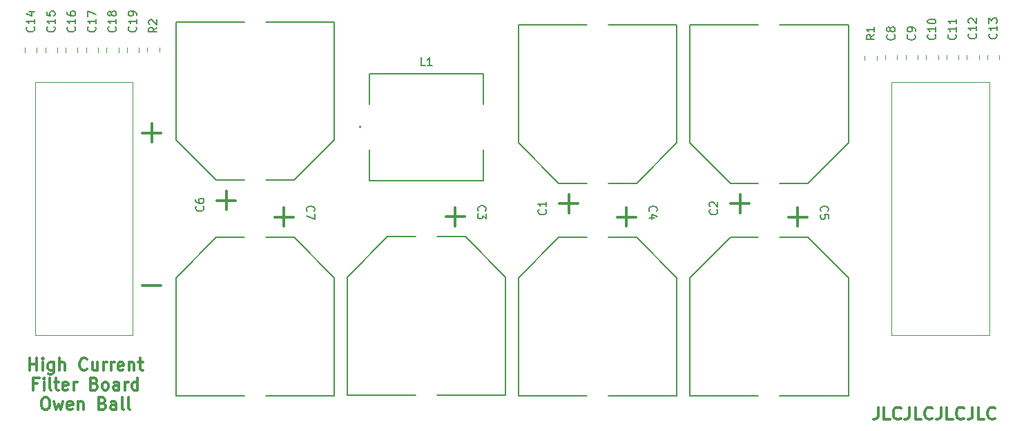
<source format=gbr>
%TF.GenerationSoftware,KiCad,Pcbnew,8.0.7*%
%TF.CreationDate,2025-01-31T21:54:53-05:00*%
%TF.ProjectId,filter_board,66696c74-6572-45f6-926f-6172642e6b69,rev?*%
%TF.SameCoordinates,Original*%
%TF.FileFunction,Legend,Top*%
%TF.FilePolarity,Positive*%
%FSLAX46Y46*%
G04 Gerber Fmt 4.6, Leading zero omitted, Abs format (unit mm)*
G04 Created by KiCad (PCBNEW 8.0.7) date 2025-01-31 21:54:53*
%MOMM*%
%LPD*%
G01*
G04 APERTURE LIST*
%ADD10C,0.300000*%
%ADD11C,0.150000*%
%ADD12C,0.100000*%
%ADD13C,0.120000*%
%ADD14C,0.152400*%
G04 APERTURE END LIST*
D10*
X97378571Y-147370996D02*
X97378571Y-145870996D01*
X97378571Y-146585282D02*
X98235714Y-146585282D01*
X98235714Y-147370996D02*
X98235714Y-145870996D01*
X98950000Y-147370996D02*
X98950000Y-146370996D01*
X98950000Y-145870996D02*
X98878572Y-145942425D01*
X98878572Y-145942425D02*
X98950000Y-146013853D01*
X98950000Y-146013853D02*
X99021429Y-145942425D01*
X99021429Y-145942425D02*
X98950000Y-145870996D01*
X98950000Y-145870996D02*
X98950000Y-146013853D01*
X100307144Y-146370996D02*
X100307144Y-147585282D01*
X100307144Y-147585282D02*
X100235715Y-147728139D01*
X100235715Y-147728139D02*
X100164286Y-147799568D01*
X100164286Y-147799568D02*
X100021429Y-147870996D01*
X100021429Y-147870996D02*
X99807144Y-147870996D01*
X99807144Y-147870996D02*
X99664286Y-147799568D01*
X100307144Y-147299568D02*
X100164286Y-147370996D01*
X100164286Y-147370996D02*
X99878572Y-147370996D01*
X99878572Y-147370996D02*
X99735715Y-147299568D01*
X99735715Y-147299568D02*
X99664286Y-147228139D01*
X99664286Y-147228139D02*
X99592858Y-147085282D01*
X99592858Y-147085282D02*
X99592858Y-146656710D01*
X99592858Y-146656710D02*
X99664286Y-146513853D01*
X99664286Y-146513853D02*
X99735715Y-146442425D01*
X99735715Y-146442425D02*
X99878572Y-146370996D01*
X99878572Y-146370996D02*
X100164286Y-146370996D01*
X100164286Y-146370996D02*
X100307144Y-146442425D01*
X101021429Y-147370996D02*
X101021429Y-145870996D01*
X101664287Y-147370996D02*
X101664287Y-146585282D01*
X101664287Y-146585282D02*
X101592858Y-146442425D01*
X101592858Y-146442425D02*
X101450001Y-146370996D01*
X101450001Y-146370996D02*
X101235715Y-146370996D01*
X101235715Y-146370996D02*
X101092858Y-146442425D01*
X101092858Y-146442425D02*
X101021429Y-146513853D01*
X104378572Y-147228139D02*
X104307144Y-147299568D01*
X104307144Y-147299568D02*
X104092858Y-147370996D01*
X104092858Y-147370996D02*
X103950001Y-147370996D01*
X103950001Y-147370996D02*
X103735715Y-147299568D01*
X103735715Y-147299568D02*
X103592858Y-147156710D01*
X103592858Y-147156710D02*
X103521429Y-147013853D01*
X103521429Y-147013853D02*
X103450001Y-146728139D01*
X103450001Y-146728139D02*
X103450001Y-146513853D01*
X103450001Y-146513853D02*
X103521429Y-146228139D01*
X103521429Y-146228139D02*
X103592858Y-146085282D01*
X103592858Y-146085282D02*
X103735715Y-145942425D01*
X103735715Y-145942425D02*
X103950001Y-145870996D01*
X103950001Y-145870996D02*
X104092858Y-145870996D01*
X104092858Y-145870996D02*
X104307144Y-145942425D01*
X104307144Y-145942425D02*
X104378572Y-146013853D01*
X105664287Y-146370996D02*
X105664287Y-147370996D01*
X105021429Y-146370996D02*
X105021429Y-147156710D01*
X105021429Y-147156710D02*
X105092858Y-147299568D01*
X105092858Y-147299568D02*
X105235715Y-147370996D01*
X105235715Y-147370996D02*
X105450001Y-147370996D01*
X105450001Y-147370996D02*
X105592858Y-147299568D01*
X105592858Y-147299568D02*
X105664287Y-147228139D01*
X106378572Y-147370996D02*
X106378572Y-146370996D01*
X106378572Y-146656710D02*
X106450001Y-146513853D01*
X106450001Y-146513853D02*
X106521430Y-146442425D01*
X106521430Y-146442425D02*
X106664287Y-146370996D01*
X106664287Y-146370996D02*
X106807144Y-146370996D01*
X107307143Y-147370996D02*
X107307143Y-146370996D01*
X107307143Y-146656710D02*
X107378572Y-146513853D01*
X107378572Y-146513853D02*
X107450001Y-146442425D01*
X107450001Y-146442425D02*
X107592858Y-146370996D01*
X107592858Y-146370996D02*
X107735715Y-146370996D01*
X108807143Y-147299568D02*
X108664286Y-147370996D01*
X108664286Y-147370996D02*
X108378572Y-147370996D01*
X108378572Y-147370996D02*
X108235714Y-147299568D01*
X108235714Y-147299568D02*
X108164286Y-147156710D01*
X108164286Y-147156710D02*
X108164286Y-146585282D01*
X108164286Y-146585282D02*
X108235714Y-146442425D01*
X108235714Y-146442425D02*
X108378572Y-146370996D01*
X108378572Y-146370996D02*
X108664286Y-146370996D01*
X108664286Y-146370996D02*
X108807143Y-146442425D01*
X108807143Y-146442425D02*
X108878572Y-146585282D01*
X108878572Y-146585282D02*
X108878572Y-146728139D01*
X108878572Y-146728139D02*
X108164286Y-146870996D01*
X109521428Y-146370996D02*
X109521428Y-147370996D01*
X109521428Y-146513853D02*
X109592857Y-146442425D01*
X109592857Y-146442425D02*
X109735714Y-146370996D01*
X109735714Y-146370996D02*
X109950000Y-146370996D01*
X109950000Y-146370996D02*
X110092857Y-146442425D01*
X110092857Y-146442425D02*
X110164286Y-146585282D01*
X110164286Y-146585282D02*
X110164286Y-147370996D01*
X110664286Y-146370996D02*
X111235714Y-146370996D01*
X110878571Y-145870996D02*
X110878571Y-147156710D01*
X110878571Y-147156710D02*
X110950000Y-147299568D01*
X110950000Y-147299568D02*
X111092857Y-147370996D01*
X111092857Y-147370996D02*
X111235714Y-147370996D01*
X98307143Y-149000198D02*
X97807143Y-149000198D01*
X97807143Y-149785912D02*
X97807143Y-148285912D01*
X97807143Y-148285912D02*
X98521429Y-148285912D01*
X99092857Y-149785912D02*
X99092857Y-148785912D01*
X99092857Y-148285912D02*
X99021429Y-148357341D01*
X99021429Y-148357341D02*
X99092857Y-148428769D01*
X99092857Y-148428769D02*
X99164286Y-148357341D01*
X99164286Y-148357341D02*
X99092857Y-148285912D01*
X99092857Y-148285912D02*
X99092857Y-148428769D01*
X100021429Y-149785912D02*
X99878572Y-149714484D01*
X99878572Y-149714484D02*
X99807143Y-149571626D01*
X99807143Y-149571626D02*
X99807143Y-148285912D01*
X100378572Y-148785912D02*
X100950000Y-148785912D01*
X100592857Y-148285912D02*
X100592857Y-149571626D01*
X100592857Y-149571626D02*
X100664286Y-149714484D01*
X100664286Y-149714484D02*
X100807143Y-149785912D01*
X100807143Y-149785912D02*
X100950000Y-149785912D01*
X102021429Y-149714484D02*
X101878572Y-149785912D01*
X101878572Y-149785912D02*
X101592858Y-149785912D01*
X101592858Y-149785912D02*
X101450000Y-149714484D01*
X101450000Y-149714484D02*
X101378572Y-149571626D01*
X101378572Y-149571626D02*
X101378572Y-149000198D01*
X101378572Y-149000198D02*
X101450000Y-148857341D01*
X101450000Y-148857341D02*
X101592858Y-148785912D01*
X101592858Y-148785912D02*
X101878572Y-148785912D01*
X101878572Y-148785912D02*
X102021429Y-148857341D01*
X102021429Y-148857341D02*
X102092858Y-149000198D01*
X102092858Y-149000198D02*
X102092858Y-149143055D01*
X102092858Y-149143055D02*
X101378572Y-149285912D01*
X102735714Y-149785912D02*
X102735714Y-148785912D01*
X102735714Y-149071626D02*
X102807143Y-148928769D01*
X102807143Y-148928769D02*
X102878572Y-148857341D01*
X102878572Y-148857341D02*
X103021429Y-148785912D01*
X103021429Y-148785912D02*
X103164286Y-148785912D01*
X105307142Y-149000198D02*
X105521428Y-149071626D01*
X105521428Y-149071626D02*
X105592857Y-149143055D01*
X105592857Y-149143055D02*
X105664285Y-149285912D01*
X105664285Y-149285912D02*
X105664285Y-149500198D01*
X105664285Y-149500198D02*
X105592857Y-149643055D01*
X105592857Y-149643055D02*
X105521428Y-149714484D01*
X105521428Y-149714484D02*
X105378571Y-149785912D01*
X105378571Y-149785912D02*
X104807142Y-149785912D01*
X104807142Y-149785912D02*
X104807142Y-148285912D01*
X104807142Y-148285912D02*
X105307142Y-148285912D01*
X105307142Y-148285912D02*
X105450000Y-148357341D01*
X105450000Y-148357341D02*
X105521428Y-148428769D01*
X105521428Y-148428769D02*
X105592857Y-148571626D01*
X105592857Y-148571626D02*
X105592857Y-148714484D01*
X105592857Y-148714484D02*
X105521428Y-148857341D01*
X105521428Y-148857341D02*
X105450000Y-148928769D01*
X105450000Y-148928769D02*
X105307142Y-149000198D01*
X105307142Y-149000198D02*
X104807142Y-149000198D01*
X106521428Y-149785912D02*
X106378571Y-149714484D01*
X106378571Y-149714484D02*
X106307142Y-149643055D01*
X106307142Y-149643055D02*
X106235714Y-149500198D01*
X106235714Y-149500198D02*
X106235714Y-149071626D01*
X106235714Y-149071626D02*
X106307142Y-148928769D01*
X106307142Y-148928769D02*
X106378571Y-148857341D01*
X106378571Y-148857341D02*
X106521428Y-148785912D01*
X106521428Y-148785912D02*
X106735714Y-148785912D01*
X106735714Y-148785912D02*
X106878571Y-148857341D01*
X106878571Y-148857341D02*
X106950000Y-148928769D01*
X106950000Y-148928769D02*
X107021428Y-149071626D01*
X107021428Y-149071626D02*
X107021428Y-149500198D01*
X107021428Y-149500198D02*
X106950000Y-149643055D01*
X106950000Y-149643055D02*
X106878571Y-149714484D01*
X106878571Y-149714484D02*
X106735714Y-149785912D01*
X106735714Y-149785912D02*
X106521428Y-149785912D01*
X108307143Y-149785912D02*
X108307143Y-149000198D01*
X108307143Y-149000198D02*
X108235714Y-148857341D01*
X108235714Y-148857341D02*
X108092857Y-148785912D01*
X108092857Y-148785912D02*
X107807143Y-148785912D01*
X107807143Y-148785912D02*
X107664285Y-148857341D01*
X108307143Y-149714484D02*
X108164285Y-149785912D01*
X108164285Y-149785912D02*
X107807143Y-149785912D01*
X107807143Y-149785912D02*
X107664285Y-149714484D01*
X107664285Y-149714484D02*
X107592857Y-149571626D01*
X107592857Y-149571626D02*
X107592857Y-149428769D01*
X107592857Y-149428769D02*
X107664285Y-149285912D01*
X107664285Y-149285912D02*
X107807143Y-149214484D01*
X107807143Y-149214484D02*
X108164285Y-149214484D01*
X108164285Y-149214484D02*
X108307143Y-149143055D01*
X109021428Y-149785912D02*
X109021428Y-148785912D01*
X109021428Y-149071626D02*
X109092857Y-148928769D01*
X109092857Y-148928769D02*
X109164286Y-148857341D01*
X109164286Y-148857341D02*
X109307143Y-148785912D01*
X109307143Y-148785912D02*
X109450000Y-148785912D01*
X110592857Y-149785912D02*
X110592857Y-148285912D01*
X110592857Y-149714484D02*
X110449999Y-149785912D01*
X110449999Y-149785912D02*
X110164285Y-149785912D01*
X110164285Y-149785912D02*
X110021428Y-149714484D01*
X110021428Y-149714484D02*
X109949999Y-149643055D01*
X109949999Y-149643055D02*
X109878571Y-149500198D01*
X109878571Y-149500198D02*
X109878571Y-149071626D01*
X109878571Y-149071626D02*
X109949999Y-148928769D01*
X109949999Y-148928769D02*
X110021428Y-148857341D01*
X110021428Y-148857341D02*
X110164285Y-148785912D01*
X110164285Y-148785912D02*
X110449999Y-148785912D01*
X110449999Y-148785912D02*
X110592857Y-148857341D01*
X99164286Y-150700828D02*
X99450000Y-150700828D01*
X99450000Y-150700828D02*
X99592857Y-150772257D01*
X99592857Y-150772257D02*
X99735714Y-150915114D01*
X99735714Y-150915114D02*
X99807143Y-151200828D01*
X99807143Y-151200828D02*
X99807143Y-151700828D01*
X99807143Y-151700828D02*
X99735714Y-151986542D01*
X99735714Y-151986542D02*
X99592857Y-152129400D01*
X99592857Y-152129400D02*
X99450000Y-152200828D01*
X99450000Y-152200828D02*
X99164286Y-152200828D01*
X99164286Y-152200828D02*
X99021429Y-152129400D01*
X99021429Y-152129400D02*
X98878571Y-151986542D01*
X98878571Y-151986542D02*
X98807143Y-151700828D01*
X98807143Y-151700828D02*
X98807143Y-151200828D01*
X98807143Y-151200828D02*
X98878571Y-150915114D01*
X98878571Y-150915114D02*
X99021429Y-150772257D01*
X99021429Y-150772257D02*
X99164286Y-150700828D01*
X100307143Y-151200828D02*
X100592858Y-152200828D01*
X100592858Y-152200828D02*
X100878572Y-151486542D01*
X100878572Y-151486542D02*
X101164286Y-152200828D01*
X101164286Y-152200828D02*
X101450000Y-151200828D01*
X102592858Y-152129400D02*
X102450001Y-152200828D01*
X102450001Y-152200828D02*
X102164287Y-152200828D01*
X102164287Y-152200828D02*
X102021429Y-152129400D01*
X102021429Y-152129400D02*
X101950001Y-151986542D01*
X101950001Y-151986542D02*
X101950001Y-151415114D01*
X101950001Y-151415114D02*
X102021429Y-151272257D01*
X102021429Y-151272257D02*
X102164287Y-151200828D01*
X102164287Y-151200828D02*
X102450001Y-151200828D01*
X102450001Y-151200828D02*
X102592858Y-151272257D01*
X102592858Y-151272257D02*
X102664287Y-151415114D01*
X102664287Y-151415114D02*
X102664287Y-151557971D01*
X102664287Y-151557971D02*
X101950001Y-151700828D01*
X103307143Y-151200828D02*
X103307143Y-152200828D01*
X103307143Y-151343685D02*
X103378572Y-151272257D01*
X103378572Y-151272257D02*
X103521429Y-151200828D01*
X103521429Y-151200828D02*
X103735715Y-151200828D01*
X103735715Y-151200828D02*
X103878572Y-151272257D01*
X103878572Y-151272257D02*
X103950001Y-151415114D01*
X103950001Y-151415114D02*
X103950001Y-152200828D01*
X106307143Y-151415114D02*
X106521429Y-151486542D01*
X106521429Y-151486542D02*
X106592858Y-151557971D01*
X106592858Y-151557971D02*
X106664286Y-151700828D01*
X106664286Y-151700828D02*
X106664286Y-151915114D01*
X106664286Y-151915114D02*
X106592858Y-152057971D01*
X106592858Y-152057971D02*
X106521429Y-152129400D01*
X106521429Y-152129400D02*
X106378572Y-152200828D01*
X106378572Y-152200828D02*
X105807143Y-152200828D01*
X105807143Y-152200828D02*
X105807143Y-150700828D01*
X105807143Y-150700828D02*
X106307143Y-150700828D01*
X106307143Y-150700828D02*
X106450001Y-150772257D01*
X106450001Y-150772257D02*
X106521429Y-150843685D01*
X106521429Y-150843685D02*
X106592858Y-150986542D01*
X106592858Y-150986542D02*
X106592858Y-151129400D01*
X106592858Y-151129400D02*
X106521429Y-151272257D01*
X106521429Y-151272257D02*
X106450001Y-151343685D01*
X106450001Y-151343685D02*
X106307143Y-151415114D01*
X106307143Y-151415114D02*
X105807143Y-151415114D01*
X107950001Y-152200828D02*
X107950001Y-151415114D01*
X107950001Y-151415114D02*
X107878572Y-151272257D01*
X107878572Y-151272257D02*
X107735715Y-151200828D01*
X107735715Y-151200828D02*
X107450001Y-151200828D01*
X107450001Y-151200828D02*
X107307143Y-151272257D01*
X107950001Y-152129400D02*
X107807143Y-152200828D01*
X107807143Y-152200828D02*
X107450001Y-152200828D01*
X107450001Y-152200828D02*
X107307143Y-152129400D01*
X107307143Y-152129400D02*
X107235715Y-151986542D01*
X107235715Y-151986542D02*
X107235715Y-151843685D01*
X107235715Y-151843685D02*
X107307143Y-151700828D01*
X107307143Y-151700828D02*
X107450001Y-151629400D01*
X107450001Y-151629400D02*
X107807143Y-151629400D01*
X107807143Y-151629400D02*
X107950001Y-151557971D01*
X108878572Y-152200828D02*
X108735715Y-152129400D01*
X108735715Y-152129400D02*
X108664286Y-151986542D01*
X108664286Y-151986542D02*
X108664286Y-150700828D01*
X109664286Y-152200828D02*
X109521429Y-152129400D01*
X109521429Y-152129400D02*
X109450000Y-151986542D01*
X109450000Y-151986542D02*
X109450000Y-150700828D01*
X201383082Y-151900828D02*
X201383082Y-152972257D01*
X201383082Y-152972257D02*
X201311653Y-153186542D01*
X201311653Y-153186542D02*
X201168796Y-153329400D01*
X201168796Y-153329400D02*
X200954510Y-153400828D01*
X200954510Y-153400828D02*
X200811653Y-153400828D01*
X202811653Y-153400828D02*
X202097367Y-153400828D01*
X202097367Y-153400828D02*
X202097367Y-151900828D01*
X204168796Y-153257971D02*
X204097368Y-153329400D01*
X204097368Y-153329400D02*
X203883082Y-153400828D01*
X203883082Y-153400828D02*
X203740225Y-153400828D01*
X203740225Y-153400828D02*
X203525939Y-153329400D01*
X203525939Y-153329400D02*
X203383082Y-153186542D01*
X203383082Y-153186542D02*
X203311653Y-153043685D01*
X203311653Y-153043685D02*
X203240225Y-152757971D01*
X203240225Y-152757971D02*
X203240225Y-152543685D01*
X203240225Y-152543685D02*
X203311653Y-152257971D01*
X203311653Y-152257971D02*
X203383082Y-152115114D01*
X203383082Y-152115114D02*
X203525939Y-151972257D01*
X203525939Y-151972257D02*
X203740225Y-151900828D01*
X203740225Y-151900828D02*
X203883082Y-151900828D01*
X203883082Y-151900828D02*
X204097368Y-151972257D01*
X204097368Y-151972257D02*
X204168796Y-152043685D01*
X205240225Y-151900828D02*
X205240225Y-152972257D01*
X205240225Y-152972257D02*
X205168796Y-153186542D01*
X205168796Y-153186542D02*
X205025939Y-153329400D01*
X205025939Y-153329400D02*
X204811653Y-153400828D01*
X204811653Y-153400828D02*
X204668796Y-153400828D01*
X206668796Y-153400828D02*
X205954510Y-153400828D01*
X205954510Y-153400828D02*
X205954510Y-151900828D01*
X208025939Y-153257971D02*
X207954511Y-153329400D01*
X207954511Y-153329400D02*
X207740225Y-153400828D01*
X207740225Y-153400828D02*
X207597368Y-153400828D01*
X207597368Y-153400828D02*
X207383082Y-153329400D01*
X207383082Y-153329400D02*
X207240225Y-153186542D01*
X207240225Y-153186542D02*
X207168796Y-153043685D01*
X207168796Y-153043685D02*
X207097368Y-152757971D01*
X207097368Y-152757971D02*
X207097368Y-152543685D01*
X207097368Y-152543685D02*
X207168796Y-152257971D01*
X207168796Y-152257971D02*
X207240225Y-152115114D01*
X207240225Y-152115114D02*
X207383082Y-151972257D01*
X207383082Y-151972257D02*
X207597368Y-151900828D01*
X207597368Y-151900828D02*
X207740225Y-151900828D01*
X207740225Y-151900828D02*
X207954511Y-151972257D01*
X207954511Y-151972257D02*
X208025939Y-152043685D01*
X209097368Y-151900828D02*
X209097368Y-152972257D01*
X209097368Y-152972257D02*
X209025939Y-153186542D01*
X209025939Y-153186542D02*
X208883082Y-153329400D01*
X208883082Y-153329400D02*
X208668796Y-153400828D01*
X208668796Y-153400828D02*
X208525939Y-153400828D01*
X210525939Y-153400828D02*
X209811653Y-153400828D01*
X209811653Y-153400828D02*
X209811653Y-151900828D01*
X211883082Y-153257971D02*
X211811654Y-153329400D01*
X211811654Y-153329400D02*
X211597368Y-153400828D01*
X211597368Y-153400828D02*
X211454511Y-153400828D01*
X211454511Y-153400828D02*
X211240225Y-153329400D01*
X211240225Y-153329400D02*
X211097368Y-153186542D01*
X211097368Y-153186542D02*
X211025939Y-153043685D01*
X211025939Y-153043685D02*
X210954511Y-152757971D01*
X210954511Y-152757971D02*
X210954511Y-152543685D01*
X210954511Y-152543685D02*
X211025939Y-152257971D01*
X211025939Y-152257971D02*
X211097368Y-152115114D01*
X211097368Y-152115114D02*
X211240225Y-151972257D01*
X211240225Y-151972257D02*
X211454511Y-151900828D01*
X211454511Y-151900828D02*
X211597368Y-151900828D01*
X211597368Y-151900828D02*
X211811654Y-151972257D01*
X211811654Y-151972257D02*
X211883082Y-152043685D01*
X212954511Y-151900828D02*
X212954511Y-152972257D01*
X212954511Y-152972257D02*
X212883082Y-153186542D01*
X212883082Y-153186542D02*
X212740225Y-153329400D01*
X212740225Y-153329400D02*
X212525939Y-153400828D01*
X212525939Y-153400828D02*
X212383082Y-153400828D01*
X214383082Y-153400828D02*
X213668796Y-153400828D01*
X213668796Y-153400828D02*
X213668796Y-151900828D01*
X215740225Y-153257971D02*
X215668797Y-153329400D01*
X215668797Y-153329400D02*
X215454511Y-153400828D01*
X215454511Y-153400828D02*
X215311654Y-153400828D01*
X215311654Y-153400828D02*
X215097368Y-153329400D01*
X215097368Y-153329400D02*
X214954511Y-153186542D01*
X214954511Y-153186542D02*
X214883082Y-153043685D01*
X214883082Y-153043685D02*
X214811654Y-152757971D01*
X214811654Y-152757971D02*
X214811654Y-152543685D01*
X214811654Y-152543685D02*
X214883082Y-152257971D01*
X214883082Y-152257971D02*
X214954511Y-152115114D01*
X214954511Y-152115114D02*
X215097368Y-151972257D01*
X215097368Y-151972257D02*
X215311654Y-151900828D01*
X215311654Y-151900828D02*
X215454511Y-151900828D01*
X215454511Y-151900828D02*
X215668797Y-151972257D01*
X215668797Y-151972257D02*
X215740225Y-152043685D01*
X111161653Y-118199400D02*
X113447368Y-118199400D01*
X112304510Y-119342257D02*
X112304510Y-117056542D01*
X111161653Y-136949400D02*
X113447368Y-136949400D01*
D11*
X107859580Y-105180357D02*
X107907200Y-105227976D01*
X107907200Y-105227976D02*
X107954819Y-105370833D01*
X107954819Y-105370833D02*
X107954819Y-105466071D01*
X107954819Y-105466071D02*
X107907200Y-105608928D01*
X107907200Y-105608928D02*
X107811961Y-105704166D01*
X107811961Y-105704166D02*
X107716723Y-105751785D01*
X107716723Y-105751785D02*
X107526247Y-105799404D01*
X107526247Y-105799404D02*
X107383390Y-105799404D01*
X107383390Y-105799404D02*
X107192914Y-105751785D01*
X107192914Y-105751785D02*
X107097676Y-105704166D01*
X107097676Y-105704166D02*
X107002438Y-105608928D01*
X107002438Y-105608928D02*
X106954819Y-105466071D01*
X106954819Y-105466071D02*
X106954819Y-105370833D01*
X106954819Y-105370833D02*
X107002438Y-105227976D01*
X107002438Y-105227976D02*
X107050057Y-105180357D01*
X107954819Y-104227976D02*
X107954819Y-104799404D01*
X107954819Y-104513690D02*
X106954819Y-104513690D01*
X106954819Y-104513690D02*
X107097676Y-104608928D01*
X107097676Y-104608928D02*
X107192914Y-104704166D01*
X107192914Y-104704166D02*
X107240533Y-104799404D01*
X107383390Y-103656547D02*
X107335771Y-103751785D01*
X107335771Y-103751785D02*
X107288152Y-103799404D01*
X107288152Y-103799404D02*
X107192914Y-103847023D01*
X107192914Y-103847023D02*
X107145295Y-103847023D01*
X107145295Y-103847023D02*
X107050057Y-103799404D01*
X107050057Y-103799404D02*
X107002438Y-103751785D01*
X107002438Y-103751785D02*
X106954819Y-103656547D01*
X106954819Y-103656547D02*
X106954819Y-103466071D01*
X106954819Y-103466071D02*
X107002438Y-103370833D01*
X107002438Y-103370833D02*
X107050057Y-103323214D01*
X107050057Y-103323214D02*
X107145295Y-103275595D01*
X107145295Y-103275595D02*
X107192914Y-103275595D01*
X107192914Y-103275595D02*
X107288152Y-103323214D01*
X107288152Y-103323214D02*
X107335771Y-103370833D01*
X107335771Y-103370833D02*
X107383390Y-103466071D01*
X107383390Y-103466071D02*
X107383390Y-103656547D01*
X107383390Y-103656547D02*
X107431009Y-103751785D01*
X107431009Y-103751785D02*
X107478628Y-103799404D01*
X107478628Y-103799404D02*
X107573866Y-103847023D01*
X107573866Y-103847023D02*
X107764342Y-103847023D01*
X107764342Y-103847023D02*
X107859580Y-103799404D01*
X107859580Y-103799404D02*
X107907200Y-103751785D01*
X107907200Y-103751785D02*
X107954819Y-103656547D01*
X107954819Y-103656547D02*
X107954819Y-103466071D01*
X107954819Y-103466071D02*
X107907200Y-103370833D01*
X107907200Y-103370833D02*
X107859580Y-103323214D01*
X107859580Y-103323214D02*
X107764342Y-103275595D01*
X107764342Y-103275595D02*
X107573866Y-103275595D01*
X107573866Y-103275595D02*
X107478628Y-103323214D01*
X107478628Y-103323214D02*
X107431009Y-103370833D01*
X107431009Y-103370833D02*
X107383390Y-103466071D01*
X105359580Y-105180357D02*
X105407200Y-105227976D01*
X105407200Y-105227976D02*
X105454819Y-105370833D01*
X105454819Y-105370833D02*
X105454819Y-105466071D01*
X105454819Y-105466071D02*
X105407200Y-105608928D01*
X105407200Y-105608928D02*
X105311961Y-105704166D01*
X105311961Y-105704166D02*
X105216723Y-105751785D01*
X105216723Y-105751785D02*
X105026247Y-105799404D01*
X105026247Y-105799404D02*
X104883390Y-105799404D01*
X104883390Y-105799404D02*
X104692914Y-105751785D01*
X104692914Y-105751785D02*
X104597676Y-105704166D01*
X104597676Y-105704166D02*
X104502438Y-105608928D01*
X104502438Y-105608928D02*
X104454819Y-105466071D01*
X104454819Y-105466071D02*
X104454819Y-105370833D01*
X104454819Y-105370833D02*
X104502438Y-105227976D01*
X104502438Y-105227976D02*
X104550057Y-105180357D01*
X105454819Y-104227976D02*
X105454819Y-104799404D01*
X105454819Y-104513690D02*
X104454819Y-104513690D01*
X104454819Y-104513690D02*
X104597676Y-104608928D01*
X104597676Y-104608928D02*
X104692914Y-104704166D01*
X104692914Y-104704166D02*
X104740533Y-104799404D01*
X104454819Y-103894642D02*
X104454819Y-103227976D01*
X104454819Y-103227976D02*
X105454819Y-103656547D01*
X160609580Y-127617566D02*
X160657200Y-127665185D01*
X160657200Y-127665185D02*
X160704819Y-127808042D01*
X160704819Y-127808042D02*
X160704819Y-127903280D01*
X160704819Y-127903280D02*
X160657200Y-128046137D01*
X160657200Y-128046137D02*
X160561961Y-128141375D01*
X160561961Y-128141375D02*
X160466723Y-128188994D01*
X160466723Y-128188994D02*
X160276247Y-128236613D01*
X160276247Y-128236613D02*
X160133390Y-128236613D01*
X160133390Y-128236613D02*
X159942914Y-128188994D01*
X159942914Y-128188994D02*
X159847676Y-128141375D01*
X159847676Y-128141375D02*
X159752438Y-128046137D01*
X159752438Y-128046137D02*
X159704819Y-127903280D01*
X159704819Y-127903280D02*
X159704819Y-127808042D01*
X159704819Y-127808042D02*
X159752438Y-127665185D01*
X159752438Y-127665185D02*
X159800057Y-127617566D01*
X160704819Y-126665185D02*
X160704819Y-127236613D01*
X160704819Y-126950899D02*
X159704819Y-126950899D01*
X159704819Y-126950899D02*
X159847676Y-127046137D01*
X159847676Y-127046137D02*
X159942914Y-127141375D01*
X159942914Y-127141375D02*
X159990533Y-127236613D01*
D10*
X163474400Y-128039246D02*
X163474400Y-125753532D01*
X164617257Y-126896389D02*
X162331542Y-126896389D01*
D11*
X194390419Y-127833333D02*
X194342800Y-127785714D01*
X194342800Y-127785714D02*
X194295180Y-127642857D01*
X194295180Y-127642857D02*
X194295180Y-127547619D01*
X194295180Y-127547619D02*
X194342800Y-127404762D01*
X194342800Y-127404762D02*
X194438038Y-127309524D01*
X194438038Y-127309524D02*
X194533276Y-127261905D01*
X194533276Y-127261905D02*
X194723752Y-127214286D01*
X194723752Y-127214286D02*
X194866609Y-127214286D01*
X194866609Y-127214286D02*
X195057085Y-127261905D01*
X195057085Y-127261905D02*
X195152323Y-127309524D01*
X195152323Y-127309524D02*
X195247561Y-127404762D01*
X195247561Y-127404762D02*
X195295180Y-127547619D01*
X195295180Y-127547619D02*
X195295180Y-127642857D01*
X195295180Y-127642857D02*
X195247561Y-127785714D01*
X195247561Y-127785714D02*
X195199942Y-127833333D01*
X195295180Y-128738095D02*
X195295180Y-128261905D01*
X195295180Y-128261905D02*
X194818990Y-128214286D01*
X194818990Y-128214286D02*
X194866609Y-128261905D01*
X194866609Y-128261905D02*
X194914228Y-128357143D01*
X194914228Y-128357143D02*
X194914228Y-128595238D01*
X194914228Y-128595238D02*
X194866609Y-128690476D01*
X194866609Y-128690476D02*
X194818990Y-128738095D01*
X194818990Y-128738095D02*
X194723752Y-128785714D01*
X194723752Y-128785714D02*
X194485657Y-128785714D01*
X194485657Y-128785714D02*
X194390419Y-128738095D01*
X194390419Y-128738095D02*
X194342800Y-128690476D01*
X194342800Y-128690476D02*
X194295180Y-128595238D01*
X194295180Y-128595238D02*
X194295180Y-128357143D01*
X194295180Y-128357143D02*
X194342800Y-128261905D01*
X194342800Y-128261905D02*
X194390419Y-128214286D01*
D10*
X191525600Y-127411653D02*
X191525600Y-129697368D01*
X190382742Y-128554510D02*
X192668457Y-128554510D01*
D11*
X145833333Y-109954819D02*
X145357143Y-109954819D01*
X145357143Y-109954819D02*
X145357143Y-108954819D01*
X146690476Y-109954819D02*
X146119048Y-109954819D01*
X146404762Y-109954819D02*
X146404762Y-108954819D01*
X146404762Y-108954819D02*
X146309524Y-109097676D01*
X146309524Y-109097676D02*
X146214286Y-109192914D01*
X146214286Y-109192914D02*
X146119048Y-109240533D01*
X181609580Y-127617566D02*
X181657200Y-127665185D01*
X181657200Y-127665185D02*
X181704819Y-127808042D01*
X181704819Y-127808042D02*
X181704819Y-127903280D01*
X181704819Y-127903280D02*
X181657200Y-128046137D01*
X181657200Y-128046137D02*
X181561961Y-128141375D01*
X181561961Y-128141375D02*
X181466723Y-128188994D01*
X181466723Y-128188994D02*
X181276247Y-128236613D01*
X181276247Y-128236613D02*
X181133390Y-128236613D01*
X181133390Y-128236613D02*
X180942914Y-128188994D01*
X180942914Y-128188994D02*
X180847676Y-128141375D01*
X180847676Y-128141375D02*
X180752438Y-128046137D01*
X180752438Y-128046137D02*
X180704819Y-127903280D01*
X180704819Y-127903280D02*
X180704819Y-127808042D01*
X180704819Y-127808042D02*
X180752438Y-127665185D01*
X180752438Y-127665185D02*
X180800057Y-127617566D01*
X180800057Y-127236613D02*
X180752438Y-127188994D01*
X180752438Y-127188994D02*
X180704819Y-127093756D01*
X180704819Y-127093756D02*
X180704819Y-126855661D01*
X180704819Y-126855661D02*
X180752438Y-126760423D01*
X180752438Y-126760423D02*
X180800057Y-126712804D01*
X180800057Y-126712804D02*
X180895295Y-126665185D01*
X180895295Y-126665185D02*
X180990533Y-126665185D01*
X180990533Y-126665185D02*
X181133390Y-126712804D01*
X181133390Y-126712804D02*
X181704819Y-127284232D01*
X181704819Y-127284232D02*
X181704819Y-126665185D01*
D10*
X184474400Y-128039246D02*
X184474400Y-125753532D01*
X185617257Y-126896389D02*
X183331542Y-126896389D01*
D11*
X152390419Y-127784233D02*
X152342800Y-127736614D01*
X152342800Y-127736614D02*
X152295180Y-127593757D01*
X152295180Y-127593757D02*
X152295180Y-127498519D01*
X152295180Y-127498519D02*
X152342800Y-127355662D01*
X152342800Y-127355662D02*
X152438038Y-127260424D01*
X152438038Y-127260424D02*
X152533276Y-127212805D01*
X152533276Y-127212805D02*
X152723752Y-127165186D01*
X152723752Y-127165186D02*
X152866609Y-127165186D01*
X152866609Y-127165186D02*
X153057085Y-127212805D01*
X153057085Y-127212805D02*
X153152323Y-127260424D01*
X153152323Y-127260424D02*
X153247561Y-127355662D01*
X153247561Y-127355662D02*
X153295180Y-127498519D01*
X153295180Y-127498519D02*
X153295180Y-127593757D01*
X153295180Y-127593757D02*
X153247561Y-127736614D01*
X153247561Y-127736614D02*
X153199942Y-127784233D01*
X153295180Y-128117567D02*
X153295180Y-128736614D01*
X153295180Y-128736614D02*
X152914228Y-128403281D01*
X152914228Y-128403281D02*
X152914228Y-128546138D01*
X152914228Y-128546138D02*
X152866609Y-128641376D01*
X152866609Y-128641376D02*
X152818990Y-128688995D01*
X152818990Y-128688995D02*
X152723752Y-128736614D01*
X152723752Y-128736614D02*
X152485657Y-128736614D01*
X152485657Y-128736614D02*
X152390419Y-128688995D01*
X152390419Y-128688995D02*
X152342800Y-128641376D01*
X152342800Y-128641376D02*
X152295180Y-128546138D01*
X152295180Y-128546138D02*
X152295180Y-128260424D01*
X152295180Y-128260424D02*
X152342800Y-128165186D01*
X152342800Y-128165186D02*
X152390419Y-128117567D01*
D10*
X149525600Y-127362553D02*
X149525600Y-129648268D01*
X148382742Y-128505410D02*
X150668457Y-128505410D01*
D11*
X210859580Y-106142857D02*
X210907200Y-106190476D01*
X210907200Y-106190476D02*
X210954819Y-106333333D01*
X210954819Y-106333333D02*
X210954819Y-106428571D01*
X210954819Y-106428571D02*
X210907200Y-106571428D01*
X210907200Y-106571428D02*
X210811961Y-106666666D01*
X210811961Y-106666666D02*
X210716723Y-106714285D01*
X210716723Y-106714285D02*
X210526247Y-106761904D01*
X210526247Y-106761904D02*
X210383390Y-106761904D01*
X210383390Y-106761904D02*
X210192914Y-106714285D01*
X210192914Y-106714285D02*
X210097676Y-106666666D01*
X210097676Y-106666666D02*
X210002438Y-106571428D01*
X210002438Y-106571428D02*
X209954819Y-106428571D01*
X209954819Y-106428571D02*
X209954819Y-106333333D01*
X209954819Y-106333333D02*
X210002438Y-106190476D01*
X210002438Y-106190476D02*
X210050057Y-106142857D01*
X210954819Y-105190476D02*
X210954819Y-105761904D01*
X210954819Y-105476190D02*
X209954819Y-105476190D01*
X209954819Y-105476190D02*
X210097676Y-105571428D01*
X210097676Y-105571428D02*
X210192914Y-105666666D01*
X210192914Y-105666666D02*
X210240533Y-105761904D01*
X210954819Y-104238095D02*
X210954819Y-104809523D01*
X210954819Y-104523809D02*
X209954819Y-104523809D01*
X209954819Y-104523809D02*
X210097676Y-104619047D01*
X210097676Y-104619047D02*
X210192914Y-104714285D01*
X210192914Y-104714285D02*
X210240533Y-104809523D01*
X131390419Y-127833333D02*
X131342800Y-127785714D01*
X131342800Y-127785714D02*
X131295180Y-127642857D01*
X131295180Y-127642857D02*
X131295180Y-127547619D01*
X131295180Y-127547619D02*
X131342800Y-127404762D01*
X131342800Y-127404762D02*
X131438038Y-127309524D01*
X131438038Y-127309524D02*
X131533276Y-127261905D01*
X131533276Y-127261905D02*
X131723752Y-127214286D01*
X131723752Y-127214286D02*
X131866609Y-127214286D01*
X131866609Y-127214286D02*
X132057085Y-127261905D01*
X132057085Y-127261905D02*
X132152323Y-127309524D01*
X132152323Y-127309524D02*
X132247561Y-127404762D01*
X132247561Y-127404762D02*
X132295180Y-127547619D01*
X132295180Y-127547619D02*
X132295180Y-127642857D01*
X132295180Y-127642857D02*
X132247561Y-127785714D01*
X132247561Y-127785714D02*
X132199942Y-127833333D01*
X132295180Y-128166667D02*
X132295180Y-128833333D01*
X132295180Y-128833333D02*
X131295180Y-128404762D01*
D10*
X128525600Y-127411653D02*
X128525600Y-129697368D01*
X127382742Y-128554510D02*
X129668457Y-128554510D01*
D11*
X173390419Y-127833333D02*
X173342800Y-127785714D01*
X173342800Y-127785714D02*
X173295180Y-127642857D01*
X173295180Y-127642857D02*
X173295180Y-127547619D01*
X173295180Y-127547619D02*
X173342800Y-127404762D01*
X173342800Y-127404762D02*
X173438038Y-127309524D01*
X173438038Y-127309524D02*
X173533276Y-127261905D01*
X173533276Y-127261905D02*
X173723752Y-127214286D01*
X173723752Y-127214286D02*
X173866609Y-127214286D01*
X173866609Y-127214286D02*
X174057085Y-127261905D01*
X174057085Y-127261905D02*
X174152323Y-127309524D01*
X174152323Y-127309524D02*
X174247561Y-127404762D01*
X174247561Y-127404762D02*
X174295180Y-127547619D01*
X174295180Y-127547619D02*
X174295180Y-127642857D01*
X174295180Y-127642857D02*
X174247561Y-127785714D01*
X174247561Y-127785714D02*
X174199942Y-127833333D01*
X173961847Y-128690476D02*
X173295180Y-128690476D01*
X174342800Y-128452381D02*
X173628514Y-128214286D01*
X173628514Y-128214286D02*
X173628514Y-128833333D01*
D10*
X170525600Y-127411653D02*
X170525600Y-129697368D01*
X169382742Y-128554510D02*
X171668457Y-128554510D01*
D11*
X208359580Y-106142857D02*
X208407200Y-106190476D01*
X208407200Y-106190476D02*
X208454819Y-106333333D01*
X208454819Y-106333333D02*
X208454819Y-106428571D01*
X208454819Y-106428571D02*
X208407200Y-106571428D01*
X208407200Y-106571428D02*
X208311961Y-106666666D01*
X208311961Y-106666666D02*
X208216723Y-106714285D01*
X208216723Y-106714285D02*
X208026247Y-106761904D01*
X208026247Y-106761904D02*
X207883390Y-106761904D01*
X207883390Y-106761904D02*
X207692914Y-106714285D01*
X207692914Y-106714285D02*
X207597676Y-106666666D01*
X207597676Y-106666666D02*
X207502438Y-106571428D01*
X207502438Y-106571428D02*
X207454819Y-106428571D01*
X207454819Y-106428571D02*
X207454819Y-106333333D01*
X207454819Y-106333333D02*
X207502438Y-106190476D01*
X207502438Y-106190476D02*
X207550057Y-106142857D01*
X208454819Y-105190476D02*
X208454819Y-105761904D01*
X208454819Y-105476190D02*
X207454819Y-105476190D01*
X207454819Y-105476190D02*
X207597676Y-105571428D01*
X207597676Y-105571428D02*
X207692914Y-105666666D01*
X207692914Y-105666666D02*
X207740533Y-105761904D01*
X207454819Y-104571428D02*
X207454819Y-104476190D01*
X207454819Y-104476190D02*
X207502438Y-104380952D01*
X207502438Y-104380952D02*
X207550057Y-104333333D01*
X207550057Y-104333333D02*
X207645295Y-104285714D01*
X207645295Y-104285714D02*
X207835771Y-104238095D01*
X207835771Y-104238095D02*
X208073866Y-104238095D01*
X208073866Y-104238095D02*
X208264342Y-104285714D01*
X208264342Y-104285714D02*
X208359580Y-104333333D01*
X208359580Y-104333333D02*
X208407200Y-104380952D01*
X208407200Y-104380952D02*
X208454819Y-104476190D01*
X208454819Y-104476190D02*
X208454819Y-104571428D01*
X208454819Y-104571428D02*
X208407200Y-104666666D01*
X208407200Y-104666666D02*
X208359580Y-104714285D01*
X208359580Y-104714285D02*
X208264342Y-104761904D01*
X208264342Y-104761904D02*
X208073866Y-104809523D01*
X208073866Y-104809523D02*
X207835771Y-104809523D01*
X207835771Y-104809523D02*
X207645295Y-104761904D01*
X207645295Y-104761904D02*
X207550057Y-104714285D01*
X207550057Y-104714285D02*
X207502438Y-104666666D01*
X207502438Y-104666666D02*
X207454819Y-104571428D01*
X215859580Y-106042857D02*
X215907200Y-106090476D01*
X215907200Y-106090476D02*
X215954819Y-106233333D01*
X215954819Y-106233333D02*
X215954819Y-106328571D01*
X215954819Y-106328571D02*
X215907200Y-106471428D01*
X215907200Y-106471428D02*
X215811961Y-106566666D01*
X215811961Y-106566666D02*
X215716723Y-106614285D01*
X215716723Y-106614285D02*
X215526247Y-106661904D01*
X215526247Y-106661904D02*
X215383390Y-106661904D01*
X215383390Y-106661904D02*
X215192914Y-106614285D01*
X215192914Y-106614285D02*
X215097676Y-106566666D01*
X215097676Y-106566666D02*
X215002438Y-106471428D01*
X215002438Y-106471428D02*
X214954819Y-106328571D01*
X214954819Y-106328571D02*
X214954819Y-106233333D01*
X214954819Y-106233333D02*
X215002438Y-106090476D01*
X215002438Y-106090476D02*
X215050057Y-106042857D01*
X215954819Y-105090476D02*
X215954819Y-105661904D01*
X215954819Y-105376190D02*
X214954819Y-105376190D01*
X214954819Y-105376190D02*
X215097676Y-105471428D01*
X215097676Y-105471428D02*
X215192914Y-105566666D01*
X215192914Y-105566666D02*
X215240533Y-105661904D01*
X214954819Y-104757142D02*
X214954819Y-104138095D01*
X214954819Y-104138095D02*
X215335771Y-104471428D01*
X215335771Y-104471428D02*
X215335771Y-104328571D01*
X215335771Y-104328571D02*
X215383390Y-104233333D01*
X215383390Y-104233333D02*
X215431009Y-104185714D01*
X215431009Y-104185714D02*
X215526247Y-104138095D01*
X215526247Y-104138095D02*
X215764342Y-104138095D01*
X215764342Y-104138095D02*
X215859580Y-104185714D01*
X215859580Y-104185714D02*
X215907200Y-104233333D01*
X215907200Y-104233333D02*
X215954819Y-104328571D01*
X215954819Y-104328571D02*
X215954819Y-104614285D01*
X215954819Y-104614285D02*
X215907200Y-104709523D01*
X215907200Y-104709523D02*
X215859580Y-104757142D01*
X118609580Y-127215766D02*
X118657200Y-127263385D01*
X118657200Y-127263385D02*
X118704819Y-127406242D01*
X118704819Y-127406242D02*
X118704819Y-127501480D01*
X118704819Y-127501480D02*
X118657200Y-127644337D01*
X118657200Y-127644337D02*
X118561961Y-127739575D01*
X118561961Y-127739575D02*
X118466723Y-127787194D01*
X118466723Y-127787194D02*
X118276247Y-127834813D01*
X118276247Y-127834813D02*
X118133390Y-127834813D01*
X118133390Y-127834813D02*
X117942914Y-127787194D01*
X117942914Y-127787194D02*
X117847676Y-127739575D01*
X117847676Y-127739575D02*
X117752438Y-127644337D01*
X117752438Y-127644337D02*
X117704819Y-127501480D01*
X117704819Y-127501480D02*
X117704819Y-127406242D01*
X117704819Y-127406242D02*
X117752438Y-127263385D01*
X117752438Y-127263385D02*
X117800057Y-127215766D01*
X117704819Y-126358623D02*
X117704819Y-126549099D01*
X117704819Y-126549099D02*
X117752438Y-126644337D01*
X117752438Y-126644337D02*
X117800057Y-126691956D01*
X117800057Y-126691956D02*
X117942914Y-126787194D01*
X117942914Y-126787194D02*
X118133390Y-126834813D01*
X118133390Y-126834813D02*
X118514342Y-126834813D01*
X118514342Y-126834813D02*
X118609580Y-126787194D01*
X118609580Y-126787194D02*
X118657200Y-126739575D01*
X118657200Y-126739575D02*
X118704819Y-126644337D01*
X118704819Y-126644337D02*
X118704819Y-126453861D01*
X118704819Y-126453861D02*
X118657200Y-126358623D01*
X118657200Y-126358623D02*
X118609580Y-126311004D01*
X118609580Y-126311004D02*
X118514342Y-126263385D01*
X118514342Y-126263385D02*
X118276247Y-126263385D01*
X118276247Y-126263385D02*
X118181009Y-126311004D01*
X118181009Y-126311004D02*
X118133390Y-126358623D01*
X118133390Y-126358623D02*
X118085771Y-126453861D01*
X118085771Y-126453861D02*
X118085771Y-126644337D01*
X118085771Y-126644337D02*
X118133390Y-126739575D01*
X118133390Y-126739575D02*
X118181009Y-126787194D01*
X118181009Y-126787194D02*
X118276247Y-126834813D01*
D10*
X121474400Y-127637446D02*
X121474400Y-125351732D01*
X122617257Y-126494589D02*
X120331542Y-126494589D01*
D11*
X100359580Y-105180357D02*
X100407200Y-105227976D01*
X100407200Y-105227976D02*
X100454819Y-105370833D01*
X100454819Y-105370833D02*
X100454819Y-105466071D01*
X100454819Y-105466071D02*
X100407200Y-105608928D01*
X100407200Y-105608928D02*
X100311961Y-105704166D01*
X100311961Y-105704166D02*
X100216723Y-105751785D01*
X100216723Y-105751785D02*
X100026247Y-105799404D01*
X100026247Y-105799404D02*
X99883390Y-105799404D01*
X99883390Y-105799404D02*
X99692914Y-105751785D01*
X99692914Y-105751785D02*
X99597676Y-105704166D01*
X99597676Y-105704166D02*
X99502438Y-105608928D01*
X99502438Y-105608928D02*
X99454819Y-105466071D01*
X99454819Y-105466071D02*
X99454819Y-105370833D01*
X99454819Y-105370833D02*
X99502438Y-105227976D01*
X99502438Y-105227976D02*
X99550057Y-105180357D01*
X100454819Y-104227976D02*
X100454819Y-104799404D01*
X100454819Y-104513690D02*
X99454819Y-104513690D01*
X99454819Y-104513690D02*
X99597676Y-104608928D01*
X99597676Y-104608928D02*
X99692914Y-104704166D01*
X99692914Y-104704166D02*
X99740533Y-104799404D01*
X99454819Y-103323214D02*
X99454819Y-103799404D01*
X99454819Y-103799404D02*
X99931009Y-103847023D01*
X99931009Y-103847023D02*
X99883390Y-103799404D01*
X99883390Y-103799404D02*
X99835771Y-103704166D01*
X99835771Y-103704166D02*
X99835771Y-103466071D01*
X99835771Y-103466071D02*
X99883390Y-103370833D01*
X99883390Y-103370833D02*
X99931009Y-103323214D01*
X99931009Y-103323214D02*
X100026247Y-103275595D01*
X100026247Y-103275595D02*
X100264342Y-103275595D01*
X100264342Y-103275595D02*
X100359580Y-103323214D01*
X100359580Y-103323214D02*
X100407200Y-103370833D01*
X100407200Y-103370833D02*
X100454819Y-103466071D01*
X100454819Y-103466071D02*
X100454819Y-103704166D01*
X100454819Y-103704166D02*
X100407200Y-103799404D01*
X100407200Y-103799404D02*
X100359580Y-103847023D01*
X213359580Y-106042857D02*
X213407200Y-106090476D01*
X213407200Y-106090476D02*
X213454819Y-106233333D01*
X213454819Y-106233333D02*
X213454819Y-106328571D01*
X213454819Y-106328571D02*
X213407200Y-106471428D01*
X213407200Y-106471428D02*
X213311961Y-106566666D01*
X213311961Y-106566666D02*
X213216723Y-106614285D01*
X213216723Y-106614285D02*
X213026247Y-106661904D01*
X213026247Y-106661904D02*
X212883390Y-106661904D01*
X212883390Y-106661904D02*
X212692914Y-106614285D01*
X212692914Y-106614285D02*
X212597676Y-106566666D01*
X212597676Y-106566666D02*
X212502438Y-106471428D01*
X212502438Y-106471428D02*
X212454819Y-106328571D01*
X212454819Y-106328571D02*
X212454819Y-106233333D01*
X212454819Y-106233333D02*
X212502438Y-106090476D01*
X212502438Y-106090476D02*
X212550057Y-106042857D01*
X213454819Y-105090476D02*
X213454819Y-105661904D01*
X213454819Y-105376190D02*
X212454819Y-105376190D01*
X212454819Y-105376190D02*
X212597676Y-105471428D01*
X212597676Y-105471428D02*
X212692914Y-105566666D01*
X212692914Y-105566666D02*
X212740533Y-105661904D01*
X212550057Y-104709523D02*
X212502438Y-104661904D01*
X212502438Y-104661904D02*
X212454819Y-104566666D01*
X212454819Y-104566666D02*
X212454819Y-104328571D01*
X212454819Y-104328571D02*
X212502438Y-104233333D01*
X212502438Y-104233333D02*
X212550057Y-104185714D01*
X212550057Y-104185714D02*
X212645295Y-104138095D01*
X212645295Y-104138095D02*
X212740533Y-104138095D01*
X212740533Y-104138095D02*
X212883390Y-104185714D01*
X212883390Y-104185714D02*
X213454819Y-104757142D01*
X213454819Y-104757142D02*
X213454819Y-104138095D01*
X110359580Y-105180357D02*
X110407200Y-105227976D01*
X110407200Y-105227976D02*
X110454819Y-105370833D01*
X110454819Y-105370833D02*
X110454819Y-105466071D01*
X110454819Y-105466071D02*
X110407200Y-105608928D01*
X110407200Y-105608928D02*
X110311961Y-105704166D01*
X110311961Y-105704166D02*
X110216723Y-105751785D01*
X110216723Y-105751785D02*
X110026247Y-105799404D01*
X110026247Y-105799404D02*
X109883390Y-105799404D01*
X109883390Y-105799404D02*
X109692914Y-105751785D01*
X109692914Y-105751785D02*
X109597676Y-105704166D01*
X109597676Y-105704166D02*
X109502438Y-105608928D01*
X109502438Y-105608928D02*
X109454819Y-105466071D01*
X109454819Y-105466071D02*
X109454819Y-105370833D01*
X109454819Y-105370833D02*
X109502438Y-105227976D01*
X109502438Y-105227976D02*
X109550057Y-105180357D01*
X110454819Y-104227976D02*
X110454819Y-104799404D01*
X110454819Y-104513690D02*
X109454819Y-104513690D01*
X109454819Y-104513690D02*
X109597676Y-104608928D01*
X109597676Y-104608928D02*
X109692914Y-104704166D01*
X109692914Y-104704166D02*
X109740533Y-104799404D01*
X110454819Y-103751785D02*
X110454819Y-103561309D01*
X110454819Y-103561309D02*
X110407200Y-103466071D01*
X110407200Y-103466071D02*
X110359580Y-103418452D01*
X110359580Y-103418452D02*
X110216723Y-103323214D01*
X110216723Y-103323214D02*
X110026247Y-103275595D01*
X110026247Y-103275595D02*
X109645295Y-103275595D01*
X109645295Y-103275595D02*
X109550057Y-103323214D01*
X109550057Y-103323214D02*
X109502438Y-103370833D01*
X109502438Y-103370833D02*
X109454819Y-103466071D01*
X109454819Y-103466071D02*
X109454819Y-103656547D01*
X109454819Y-103656547D02*
X109502438Y-103751785D01*
X109502438Y-103751785D02*
X109550057Y-103799404D01*
X109550057Y-103799404D02*
X109645295Y-103847023D01*
X109645295Y-103847023D02*
X109883390Y-103847023D01*
X109883390Y-103847023D02*
X109978628Y-103799404D01*
X109978628Y-103799404D02*
X110026247Y-103751785D01*
X110026247Y-103751785D02*
X110073866Y-103656547D01*
X110073866Y-103656547D02*
X110073866Y-103466071D01*
X110073866Y-103466071D02*
X110026247Y-103370833D01*
X110026247Y-103370833D02*
X109978628Y-103323214D01*
X109978628Y-103323214D02*
X109883390Y-103275595D01*
X203359580Y-106166666D02*
X203407200Y-106214285D01*
X203407200Y-106214285D02*
X203454819Y-106357142D01*
X203454819Y-106357142D02*
X203454819Y-106452380D01*
X203454819Y-106452380D02*
X203407200Y-106595237D01*
X203407200Y-106595237D02*
X203311961Y-106690475D01*
X203311961Y-106690475D02*
X203216723Y-106738094D01*
X203216723Y-106738094D02*
X203026247Y-106785713D01*
X203026247Y-106785713D02*
X202883390Y-106785713D01*
X202883390Y-106785713D02*
X202692914Y-106738094D01*
X202692914Y-106738094D02*
X202597676Y-106690475D01*
X202597676Y-106690475D02*
X202502438Y-106595237D01*
X202502438Y-106595237D02*
X202454819Y-106452380D01*
X202454819Y-106452380D02*
X202454819Y-106357142D01*
X202454819Y-106357142D02*
X202502438Y-106214285D01*
X202502438Y-106214285D02*
X202550057Y-106166666D01*
X202883390Y-105595237D02*
X202835771Y-105690475D01*
X202835771Y-105690475D02*
X202788152Y-105738094D01*
X202788152Y-105738094D02*
X202692914Y-105785713D01*
X202692914Y-105785713D02*
X202645295Y-105785713D01*
X202645295Y-105785713D02*
X202550057Y-105738094D01*
X202550057Y-105738094D02*
X202502438Y-105690475D01*
X202502438Y-105690475D02*
X202454819Y-105595237D01*
X202454819Y-105595237D02*
X202454819Y-105404761D01*
X202454819Y-105404761D02*
X202502438Y-105309523D01*
X202502438Y-105309523D02*
X202550057Y-105261904D01*
X202550057Y-105261904D02*
X202645295Y-105214285D01*
X202645295Y-105214285D02*
X202692914Y-105214285D01*
X202692914Y-105214285D02*
X202788152Y-105261904D01*
X202788152Y-105261904D02*
X202835771Y-105309523D01*
X202835771Y-105309523D02*
X202883390Y-105404761D01*
X202883390Y-105404761D02*
X202883390Y-105595237D01*
X202883390Y-105595237D02*
X202931009Y-105690475D01*
X202931009Y-105690475D02*
X202978628Y-105738094D01*
X202978628Y-105738094D02*
X203073866Y-105785713D01*
X203073866Y-105785713D02*
X203264342Y-105785713D01*
X203264342Y-105785713D02*
X203359580Y-105738094D01*
X203359580Y-105738094D02*
X203407200Y-105690475D01*
X203407200Y-105690475D02*
X203454819Y-105595237D01*
X203454819Y-105595237D02*
X203454819Y-105404761D01*
X203454819Y-105404761D02*
X203407200Y-105309523D01*
X203407200Y-105309523D02*
X203359580Y-105261904D01*
X203359580Y-105261904D02*
X203264342Y-105214285D01*
X203264342Y-105214285D02*
X203073866Y-105214285D01*
X203073866Y-105214285D02*
X202978628Y-105261904D01*
X202978628Y-105261904D02*
X202931009Y-105309523D01*
X202931009Y-105309523D02*
X202883390Y-105404761D01*
X205859580Y-106166666D02*
X205907200Y-106214285D01*
X205907200Y-106214285D02*
X205954819Y-106357142D01*
X205954819Y-106357142D02*
X205954819Y-106452380D01*
X205954819Y-106452380D02*
X205907200Y-106595237D01*
X205907200Y-106595237D02*
X205811961Y-106690475D01*
X205811961Y-106690475D02*
X205716723Y-106738094D01*
X205716723Y-106738094D02*
X205526247Y-106785713D01*
X205526247Y-106785713D02*
X205383390Y-106785713D01*
X205383390Y-106785713D02*
X205192914Y-106738094D01*
X205192914Y-106738094D02*
X205097676Y-106690475D01*
X205097676Y-106690475D02*
X205002438Y-106595237D01*
X205002438Y-106595237D02*
X204954819Y-106452380D01*
X204954819Y-106452380D02*
X204954819Y-106357142D01*
X204954819Y-106357142D02*
X205002438Y-106214285D01*
X205002438Y-106214285D02*
X205050057Y-106166666D01*
X205954819Y-105690475D02*
X205954819Y-105499999D01*
X205954819Y-105499999D02*
X205907200Y-105404761D01*
X205907200Y-105404761D02*
X205859580Y-105357142D01*
X205859580Y-105357142D02*
X205716723Y-105261904D01*
X205716723Y-105261904D02*
X205526247Y-105214285D01*
X205526247Y-105214285D02*
X205145295Y-105214285D01*
X205145295Y-105214285D02*
X205050057Y-105261904D01*
X205050057Y-105261904D02*
X205002438Y-105309523D01*
X205002438Y-105309523D02*
X204954819Y-105404761D01*
X204954819Y-105404761D02*
X204954819Y-105595237D01*
X204954819Y-105595237D02*
X205002438Y-105690475D01*
X205002438Y-105690475D02*
X205050057Y-105738094D01*
X205050057Y-105738094D02*
X205145295Y-105785713D01*
X205145295Y-105785713D02*
X205383390Y-105785713D01*
X205383390Y-105785713D02*
X205478628Y-105738094D01*
X205478628Y-105738094D02*
X205526247Y-105690475D01*
X205526247Y-105690475D02*
X205573866Y-105595237D01*
X205573866Y-105595237D02*
X205573866Y-105404761D01*
X205573866Y-105404761D02*
X205526247Y-105309523D01*
X205526247Y-105309523D02*
X205478628Y-105261904D01*
X205478628Y-105261904D02*
X205383390Y-105214285D01*
X112954819Y-105254166D02*
X112478628Y-105587499D01*
X112954819Y-105825594D02*
X111954819Y-105825594D01*
X111954819Y-105825594D02*
X111954819Y-105444642D01*
X111954819Y-105444642D02*
X112002438Y-105349404D01*
X112002438Y-105349404D02*
X112050057Y-105301785D01*
X112050057Y-105301785D02*
X112145295Y-105254166D01*
X112145295Y-105254166D02*
X112288152Y-105254166D01*
X112288152Y-105254166D02*
X112383390Y-105301785D01*
X112383390Y-105301785D02*
X112431009Y-105349404D01*
X112431009Y-105349404D02*
X112478628Y-105444642D01*
X112478628Y-105444642D02*
X112478628Y-105825594D01*
X112050057Y-104873213D02*
X112002438Y-104825594D01*
X112002438Y-104825594D02*
X111954819Y-104730356D01*
X111954819Y-104730356D02*
X111954819Y-104492261D01*
X111954819Y-104492261D02*
X112002438Y-104397023D01*
X112002438Y-104397023D02*
X112050057Y-104349404D01*
X112050057Y-104349404D02*
X112145295Y-104301785D01*
X112145295Y-104301785D02*
X112240533Y-104301785D01*
X112240533Y-104301785D02*
X112383390Y-104349404D01*
X112383390Y-104349404D02*
X112954819Y-104920832D01*
X112954819Y-104920832D02*
X112954819Y-104301785D01*
X102859580Y-105180357D02*
X102907200Y-105227976D01*
X102907200Y-105227976D02*
X102954819Y-105370833D01*
X102954819Y-105370833D02*
X102954819Y-105466071D01*
X102954819Y-105466071D02*
X102907200Y-105608928D01*
X102907200Y-105608928D02*
X102811961Y-105704166D01*
X102811961Y-105704166D02*
X102716723Y-105751785D01*
X102716723Y-105751785D02*
X102526247Y-105799404D01*
X102526247Y-105799404D02*
X102383390Y-105799404D01*
X102383390Y-105799404D02*
X102192914Y-105751785D01*
X102192914Y-105751785D02*
X102097676Y-105704166D01*
X102097676Y-105704166D02*
X102002438Y-105608928D01*
X102002438Y-105608928D02*
X101954819Y-105466071D01*
X101954819Y-105466071D02*
X101954819Y-105370833D01*
X101954819Y-105370833D02*
X102002438Y-105227976D01*
X102002438Y-105227976D02*
X102050057Y-105180357D01*
X102954819Y-104227976D02*
X102954819Y-104799404D01*
X102954819Y-104513690D02*
X101954819Y-104513690D01*
X101954819Y-104513690D02*
X102097676Y-104608928D01*
X102097676Y-104608928D02*
X102192914Y-104704166D01*
X102192914Y-104704166D02*
X102240533Y-104799404D01*
X101954819Y-103370833D02*
X101954819Y-103561309D01*
X101954819Y-103561309D02*
X102002438Y-103656547D01*
X102002438Y-103656547D02*
X102050057Y-103704166D01*
X102050057Y-103704166D02*
X102192914Y-103799404D01*
X102192914Y-103799404D02*
X102383390Y-103847023D01*
X102383390Y-103847023D02*
X102764342Y-103847023D01*
X102764342Y-103847023D02*
X102859580Y-103799404D01*
X102859580Y-103799404D02*
X102907200Y-103751785D01*
X102907200Y-103751785D02*
X102954819Y-103656547D01*
X102954819Y-103656547D02*
X102954819Y-103466071D01*
X102954819Y-103466071D02*
X102907200Y-103370833D01*
X102907200Y-103370833D02*
X102859580Y-103323214D01*
X102859580Y-103323214D02*
X102764342Y-103275595D01*
X102764342Y-103275595D02*
X102526247Y-103275595D01*
X102526247Y-103275595D02*
X102431009Y-103323214D01*
X102431009Y-103323214D02*
X102383390Y-103370833D01*
X102383390Y-103370833D02*
X102335771Y-103466071D01*
X102335771Y-103466071D02*
X102335771Y-103656547D01*
X102335771Y-103656547D02*
X102383390Y-103751785D01*
X102383390Y-103751785D02*
X102431009Y-103799404D01*
X102431009Y-103799404D02*
X102526247Y-103847023D01*
X200934819Y-106166666D02*
X200458628Y-106499999D01*
X200934819Y-106738094D02*
X199934819Y-106738094D01*
X199934819Y-106738094D02*
X199934819Y-106357142D01*
X199934819Y-106357142D02*
X199982438Y-106261904D01*
X199982438Y-106261904D02*
X200030057Y-106214285D01*
X200030057Y-106214285D02*
X200125295Y-106166666D01*
X200125295Y-106166666D02*
X200268152Y-106166666D01*
X200268152Y-106166666D02*
X200363390Y-106214285D01*
X200363390Y-106214285D02*
X200411009Y-106261904D01*
X200411009Y-106261904D02*
X200458628Y-106357142D01*
X200458628Y-106357142D02*
X200458628Y-106738094D01*
X200934819Y-105214285D02*
X200934819Y-105785713D01*
X200934819Y-105499999D02*
X199934819Y-105499999D01*
X199934819Y-105499999D02*
X200077676Y-105595237D01*
X200077676Y-105595237D02*
X200172914Y-105690475D01*
X200172914Y-105690475D02*
X200220533Y-105785713D01*
X97859580Y-105180357D02*
X97907200Y-105227976D01*
X97907200Y-105227976D02*
X97954819Y-105370833D01*
X97954819Y-105370833D02*
X97954819Y-105466071D01*
X97954819Y-105466071D02*
X97907200Y-105608928D01*
X97907200Y-105608928D02*
X97811961Y-105704166D01*
X97811961Y-105704166D02*
X97716723Y-105751785D01*
X97716723Y-105751785D02*
X97526247Y-105799404D01*
X97526247Y-105799404D02*
X97383390Y-105799404D01*
X97383390Y-105799404D02*
X97192914Y-105751785D01*
X97192914Y-105751785D02*
X97097676Y-105704166D01*
X97097676Y-105704166D02*
X97002438Y-105608928D01*
X97002438Y-105608928D02*
X96954819Y-105466071D01*
X96954819Y-105466071D02*
X96954819Y-105370833D01*
X96954819Y-105370833D02*
X97002438Y-105227976D01*
X97002438Y-105227976D02*
X97050057Y-105180357D01*
X97954819Y-104227976D02*
X97954819Y-104799404D01*
X97954819Y-104513690D02*
X96954819Y-104513690D01*
X96954819Y-104513690D02*
X97097676Y-104608928D01*
X97097676Y-104608928D02*
X97192914Y-104704166D01*
X97192914Y-104704166D02*
X97240533Y-104799404D01*
X97288152Y-103370833D02*
X97954819Y-103370833D01*
X96907200Y-103608928D02*
X97621485Y-103847023D01*
X97621485Y-103847023D02*
X97621485Y-103227976D01*
%TO.C,J1*%
D12*
X203000000Y-111975000D02*
X215000000Y-111975000D01*
X215000000Y-143025000D01*
X203000000Y-143025000D01*
X203000000Y-111975000D01*
%TO.C,J2*%
X98000000Y-111975000D02*
X110000000Y-111975000D01*
X110000000Y-143025000D01*
X98000000Y-143025000D01*
X98000000Y-111975000D01*
D13*
%TO.C,C18*%
X106765000Y-108298752D02*
X106765000Y-107776248D01*
X108235000Y-108298752D02*
X108235000Y-107776248D01*
%TO.C,C17*%
X104265000Y-108298752D02*
X104265000Y-107776248D01*
X105735000Y-108298752D02*
X105735000Y-107776248D01*
D14*
%TO.C,C1*%
X157271800Y-104972700D02*
X157271800Y-119450900D01*
X157271800Y-119450900D02*
X162250000Y-124429100D01*
X162250000Y-124429100D02*
X165663960Y-124429100D01*
X165663960Y-104972700D02*
X157271800Y-104972700D01*
X168336040Y-124429100D02*
X171750000Y-124429100D01*
X171750000Y-124429100D02*
X176728200Y-119450900D01*
X176728200Y-104972700D02*
X168336040Y-104972700D01*
X176728200Y-119450900D02*
X176728200Y-104972700D01*
%TO.C,C5*%
X178271800Y-136000000D02*
X178271800Y-150478200D01*
X178271800Y-150478200D02*
X186663960Y-150478200D01*
X183250000Y-131021800D02*
X178271800Y-136000000D01*
X186663960Y-131021800D02*
X183250000Y-131021800D01*
X189336040Y-150478200D02*
X197728200Y-150478200D01*
X192750000Y-131021800D02*
X189336040Y-131021800D01*
X197728200Y-136000000D02*
X192750000Y-131021800D01*
X197728200Y-150478200D02*
X197728200Y-136000000D01*
%TO.C,L1*%
X139015000Y-110921400D02*
X139015000Y-114690760D01*
X139015000Y-120309240D02*
X139015000Y-124078600D01*
X139015000Y-124078600D02*
X152985000Y-124078600D01*
X152985000Y-110921400D02*
X139015000Y-110921400D01*
X152985000Y-114690760D02*
X152985000Y-110921400D01*
X152985000Y-124078600D02*
X152985000Y-120309240D01*
X137948200Y-117500000D02*
G75*
G02*
X137795800Y-117500000I-76200J0D01*
G01*
X137795800Y-117500000D02*
G75*
G02*
X137948200Y-117500000I76200J0D01*
G01*
%TO.C,C2*%
X178271800Y-104972700D02*
X178271800Y-119450900D01*
X178271800Y-119450900D02*
X183250000Y-124429100D01*
X183250000Y-124429100D02*
X186663960Y-124429100D01*
X186663960Y-104972700D02*
X178271800Y-104972700D01*
X189336040Y-124429100D02*
X192750000Y-124429100D01*
X192750000Y-124429100D02*
X197728200Y-119450900D01*
X197728200Y-104972700D02*
X189336040Y-104972700D01*
X197728200Y-119450900D02*
X197728200Y-104972700D01*
%TO.C,C3*%
X136271800Y-135950900D02*
X136271800Y-150429100D01*
X136271800Y-150429100D02*
X144663960Y-150429100D01*
X141250000Y-130972700D02*
X136271800Y-135950900D01*
X144663960Y-130972700D02*
X141250000Y-130972700D01*
X147336040Y-150429100D02*
X155728200Y-150429100D01*
X150750000Y-130972700D02*
X147336040Y-130972700D01*
X155728200Y-135950900D02*
X150750000Y-130972700D01*
X155728200Y-150429100D02*
X155728200Y-135950900D01*
D13*
%TO.C,C11*%
X209765000Y-109211252D02*
X209765000Y-108688748D01*
X211235000Y-109211252D02*
X211235000Y-108688748D01*
D14*
%TO.C,C7*%
X115271800Y-136000000D02*
X115271800Y-150478200D01*
X115271800Y-150478200D02*
X123663960Y-150478200D01*
X120250000Y-131021800D02*
X115271800Y-136000000D01*
X123663960Y-131021800D02*
X120250000Y-131021800D01*
X126336040Y-150478200D02*
X134728200Y-150478200D01*
X129750000Y-131021800D02*
X126336040Y-131021800D01*
X134728200Y-136000000D02*
X129750000Y-131021800D01*
X134728200Y-150478200D02*
X134728200Y-136000000D01*
%TO.C,C4*%
X157271800Y-136000000D02*
X157271800Y-150478200D01*
X157271800Y-150478200D02*
X165663960Y-150478200D01*
X162250000Y-131021800D02*
X157271800Y-136000000D01*
X165663960Y-131021800D02*
X162250000Y-131021800D01*
X168336040Y-150478200D02*
X176728200Y-150478200D01*
X171750000Y-131021800D02*
X168336040Y-131021800D01*
X176728200Y-136000000D02*
X171750000Y-131021800D01*
X176728200Y-150478200D02*
X176728200Y-136000000D01*
D13*
%TO.C,C10*%
X207265000Y-109211252D02*
X207265000Y-108688748D01*
X208735000Y-109211252D02*
X208735000Y-108688748D01*
%TO.C,C13*%
X214765000Y-109211252D02*
X214765000Y-108688748D01*
X216235000Y-109211252D02*
X216235000Y-108688748D01*
D14*
%TO.C,C6*%
X115271800Y-104570900D02*
X115271800Y-119049100D01*
X115271800Y-119049100D02*
X120250000Y-124027300D01*
X120250000Y-124027300D02*
X123663960Y-124027300D01*
X123663960Y-104570900D02*
X115271800Y-104570900D01*
X126336040Y-124027300D02*
X129750000Y-124027300D01*
X129750000Y-124027300D02*
X134728200Y-119049100D01*
X134728200Y-104570900D02*
X126336040Y-104570900D01*
X134728200Y-119049100D02*
X134728200Y-104570900D01*
D13*
%TO.C,C15*%
X99265000Y-108298752D02*
X99265000Y-107776248D01*
X100735000Y-108298752D02*
X100735000Y-107776248D01*
%TO.C,C12*%
X212265000Y-109211252D02*
X212265000Y-108688748D01*
X213735000Y-109211252D02*
X213735000Y-108688748D01*
%TO.C,C19*%
X109265000Y-108298752D02*
X109265000Y-107776248D01*
X110735000Y-108298752D02*
X110735000Y-107776248D01*
%TO.C,C8*%
X202245000Y-109211252D02*
X202245000Y-108688748D01*
X203715000Y-109211252D02*
X203715000Y-108688748D01*
%TO.C,C9*%
X204765000Y-109211252D02*
X204765000Y-108688748D01*
X206235000Y-109211252D02*
X206235000Y-108688748D01*
%TO.C,R2*%
X111765000Y-108227064D02*
X111765000Y-107772936D01*
X113235000Y-108227064D02*
X113235000Y-107772936D01*
%TO.C,C16*%
X101765000Y-108298752D02*
X101765000Y-107776248D01*
X103235000Y-108298752D02*
X103235000Y-107776248D01*
%TO.C,R1*%
X199745000Y-109227064D02*
X199745000Y-108772936D01*
X201215000Y-109227064D02*
X201215000Y-108772936D01*
%TO.C,C14*%
X96765000Y-108298752D02*
X96765000Y-107776248D01*
X98235000Y-108298752D02*
X98235000Y-107776248D01*
%TD*%
M02*

</source>
